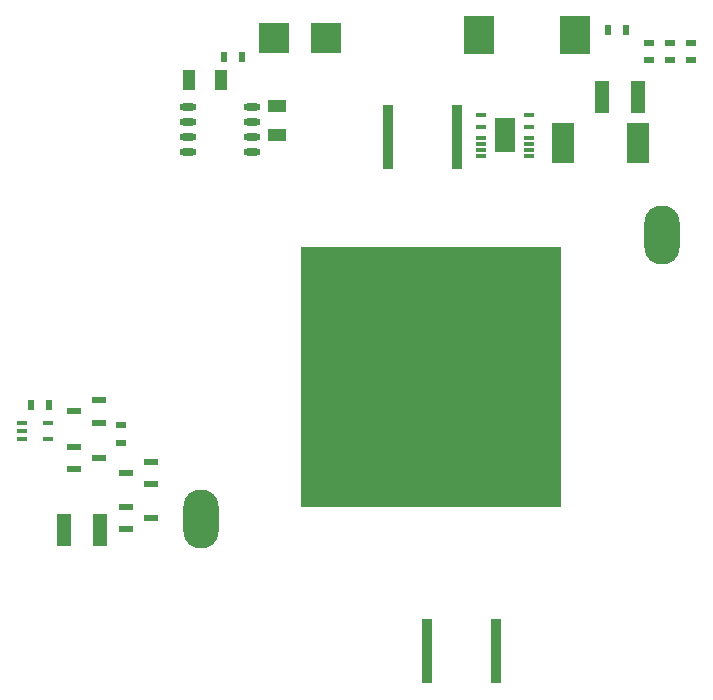
<source format=gtp>
%FSLAX24Y24*%
%MOIN*%
G70*
G01*
G75*
G04 Layer_Color=8421504*
%ADD10C,0.0150*%
%ADD11R,0.0591X0.0394*%
%ADD12O,0.0571X0.0236*%
%ADD13R,0.0197X0.0354*%
%ADD14R,0.0354X0.0197*%
%ADD15R,0.0374X0.2126*%
%ADD16R,0.0492X0.1102*%
%ADD17R,0.0768X0.1378*%
%ADD18R,0.0354X0.0118*%
%ADD19R,0.0650X0.1122*%
%ADD20R,0.0984X0.1260*%
%ADD21R,0.0512X0.0236*%
%ADD22R,0.0354X0.0157*%
%ADD23O,0.1181X0.1969*%
%ADD24R,0.8661X0.8661*%
%ADD25R,0.0433X0.0669*%
%ADD26R,0.1000X0.1000*%
%ADD27C,0.0100*%
%ADD28C,0.0300*%
%ADD29C,0.0200*%
%ADD30O,0.0669X0.1102*%
%ADD31R,0.0866X0.0866*%
%ADD32C,0.0400*%
%ADD33C,0.0217*%
%ADD34C,0.1575*%
%ADD35R,0.1250X0.0449*%
%ADD36R,0.1000X0.0500*%
%ADD37C,0.0098*%
%ADD38C,0.0236*%
%ADD39C,0.0079*%
%ADD40C,0.0039*%
%ADD41C,0.0050*%
D11*
X-5150Y9022D02*
D03*
Y8078D02*
D03*
D12*
X-8123Y9000D02*
D03*
Y8500D02*
D03*
Y8000D02*
D03*
Y7500D02*
D03*
X-5977Y9000D02*
D03*
Y8500D02*
D03*
Y8000D02*
D03*
Y7500D02*
D03*
D13*
X-6895Y10650D02*
D03*
X-6305D02*
D03*
X5905Y11550D02*
D03*
X6495D02*
D03*
X-12755Y-950D02*
D03*
X-13345D02*
D03*
D14*
X8650Y11145D02*
D03*
Y10555D02*
D03*
X7950Y11145D02*
D03*
Y10555D02*
D03*
X7250Y11145D02*
D03*
Y10555D02*
D03*
X-10350Y-1605D02*
D03*
Y-2195D02*
D03*
D15*
X2152Y-9150D02*
D03*
X-152D02*
D03*
X-1452Y8000D02*
D03*
X852D02*
D03*
D16*
X6900Y9340D02*
D03*
X5700D02*
D03*
X-12250Y-5090D02*
D03*
X-11050D02*
D03*
D17*
X6900Y7800D02*
D03*
X4400D02*
D03*
D18*
X1643Y8739D02*
D03*
Y8345D02*
D03*
Y7952D02*
D03*
Y7755D02*
D03*
Y7558D02*
D03*
Y7361D02*
D03*
X3257Y8739D02*
D03*
Y8345D02*
D03*
Y7952D02*
D03*
Y7755D02*
D03*
Y7558D02*
D03*
Y7361D02*
D03*
D19*
X2450Y8050D02*
D03*
D20*
X1606Y11400D02*
D03*
X4794D02*
D03*
D21*
X-11087Y-1524D02*
D03*
Y-776D02*
D03*
X-11913Y-1150D02*
D03*
Y-2326D02*
D03*
Y-3074D02*
D03*
X-11087Y-2700D02*
D03*
X-10163Y-4326D02*
D03*
Y-5074D02*
D03*
X-9337Y-4700D02*
D03*
Y-3574D02*
D03*
Y-2826D02*
D03*
X-10163Y-3200D02*
D03*
D22*
X-12767Y-1544D02*
D03*
Y-2056D02*
D03*
X-13633D02*
D03*
Y-1800D02*
D03*
Y-1544D02*
D03*
D23*
X7677Y4724D02*
D03*
X-7677Y-4724D02*
D03*
D24*
X0Y0D02*
D03*
D25*
X-7018Y9900D02*
D03*
X-8081D02*
D03*
D26*
X-3500Y11300D02*
D03*
X-5250D02*
D03*
M02*

</source>
